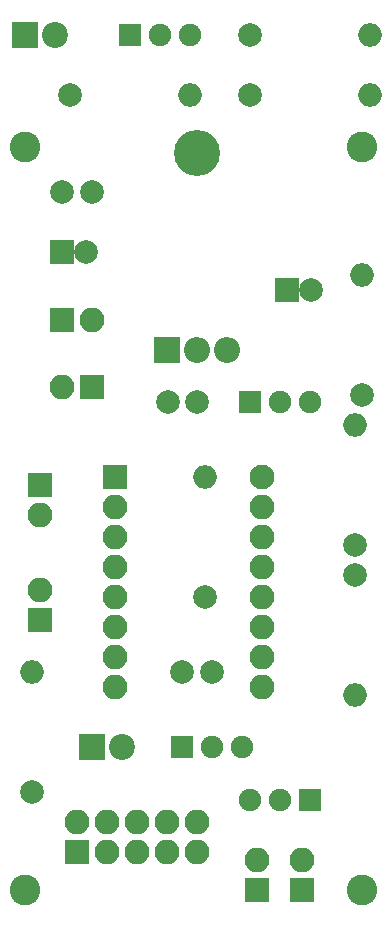
<source format=gbr>
G04 #@! TF.GenerationSoftware,KiCad,Pcbnew,(5.1.4)-1*
G04 #@! TF.CreationDate,2019-12-06T11:01:22-07:00*
G04 #@! TF.ProjectId,robot,726f626f-742e-46b6-9963-61645f706362,rev?*
G04 #@! TF.SameCoordinates,Original*
G04 #@! TF.FileFunction,Soldermask,Bot*
G04 #@! TF.FilePolarity,Negative*
%FSLAX46Y46*%
G04 Gerber Fmt 4.6, Leading zero omitted, Abs format (unit mm)*
G04 Created by KiCad (PCBNEW (5.1.4)-1) date 2019-12-06 11:01:22*
%MOMM*%
%LPD*%
G04 APERTURE LIST*
%ADD10R,1.900000X1.900000*%
%ADD11C,1.900000*%
%ADD12O,2.000000X2.000000*%
%ADD13C,2.000000*%
%ADD14C,2.200000*%
%ADD15R,2.200000X2.200000*%
%ADD16R,2.100000X2.100000*%
%ADD17O,2.100000X2.100000*%
%ADD18O,3.900000X3.900000*%
%ADD19O,2.200000X2.200000*%
%ADD20R,2.000000X2.000000*%
%ADD21C,2.600000*%
%ADD22C,2.100000*%
G04 APERTURE END LIST*
D10*
X107950000Y-22860000D03*
D11*
X113030000Y-22860000D03*
X110490000Y-22860000D03*
D12*
X128270000Y-22860000D03*
D13*
X118110000Y-22860000D03*
D12*
X128270000Y-27940000D03*
D13*
X118110000Y-27940000D03*
D12*
X113030000Y-27940000D03*
D13*
X102870000Y-27940000D03*
D14*
X101600000Y-22860000D03*
D15*
X99060000Y-22860000D03*
D10*
X112395000Y-83185000D03*
D11*
X117475000Y-83185000D03*
X114935000Y-83185000D03*
D10*
X118110000Y-53975000D03*
D11*
X123190000Y-53975000D03*
X120650000Y-53975000D03*
D10*
X123190000Y-87630000D03*
D11*
X118110000Y-87630000D03*
X120650000Y-87630000D03*
D13*
X112395000Y-76835000D03*
X114895000Y-76835000D03*
D16*
X100330000Y-60960000D03*
D17*
X100330000Y-63500000D03*
D16*
X100330000Y-72390000D03*
D17*
X100330000Y-69850000D03*
D18*
X113665000Y-32870000D03*
D15*
X111125000Y-49530000D03*
D19*
X113665000Y-49530000D03*
X116205000Y-49530000D03*
D20*
X102235000Y-41275000D03*
D13*
X104235000Y-41275000D03*
D15*
X104775000Y-83185000D03*
D14*
X107315000Y-83185000D03*
D16*
X122555000Y-95250000D03*
D17*
X122555000Y-92710000D03*
D16*
X118745000Y-95250000D03*
D17*
X118745000Y-92710000D03*
D13*
X113665000Y-53975000D03*
X111165000Y-53975000D03*
X102235000Y-36195000D03*
X104735000Y-36195000D03*
D20*
X121285000Y-44450000D03*
D13*
X123285000Y-44450000D03*
D16*
X103505000Y-92075000D03*
D17*
X103505000Y-89535000D03*
X106045000Y-92075000D03*
X106045000Y-89535000D03*
X108585000Y-92075000D03*
X108585000Y-89535000D03*
X111125000Y-92075000D03*
X111125000Y-89535000D03*
X113665000Y-92075000D03*
X113665000Y-89535000D03*
D16*
X104775000Y-52705000D03*
D17*
X102235000Y-52705000D03*
D21*
X127635000Y-32385000D03*
X99060000Y-32385000D03*
X127635000Y-95250000D03*
X99060000Y-95250000D03*
D16*
X102235000Y-46990000D03*
D17*
X104775000Y-46990000D03*
X119180000Y-78105000D03*
X119180000Y-75565000D03*
X119180000Y-73025000D03*
X119180000Y-70485000D03*
X119180000Y-67945000D03*
X119180000Y-65405000D03*
X119180000Y-62865000D03*
D22*
X119180000Y-60325000D03*
D16*
X106680000Y-60325000D03*
D17*
X106680000Y-62865000D03*
X106680000Y-65405000D03*
X106680000Y-67945000D03*
X106680000Y-70485000D03*
X106680000Y-73025000D03*
X106680000Y-75565000D03*
X106680000Y-78105000D03*
D13*
X99695000Y-86995000D03*
D12*
X99695000Y-76835000D03*
D13*
X114300000Y-70485000D03*
D12*
X114300000Y-60325000D03*
D13*
X127635000Y-53340000D03*
D12*
X127635000Y-43180000D03*
D13*
X127000000Y-68580000D03*
D12*
X127000000Y-78740000D03*
D13*
X127000000Y-66040000D03*
D12*
X127000000Y-55880000D03*
M02*

</source>
